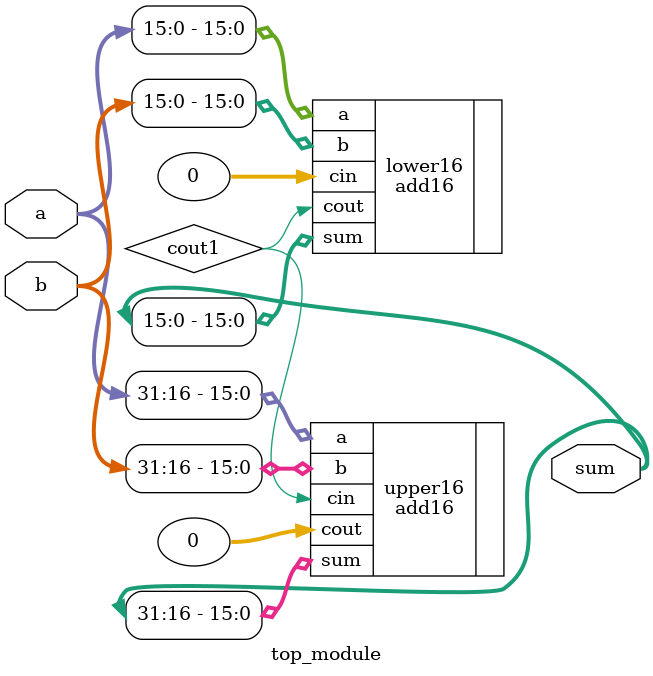
<source format=v>
module top_module(
    input [31:0] a,
    input [31:0] b,
    output [31:0] sum
);
    
    wire cout1;
    
    add16 lower16 (.a(a[15:0]), .b(b[15:0]), .cin(0), .sum(sum[15:0]), .cout(cout1));
    add16 upper16 (.a(a[31:16]), .b(b[31:16]), .cin(cout1), .sum(sum[31:16]), .cout(0));
    
    
    

endmodule

</source>
